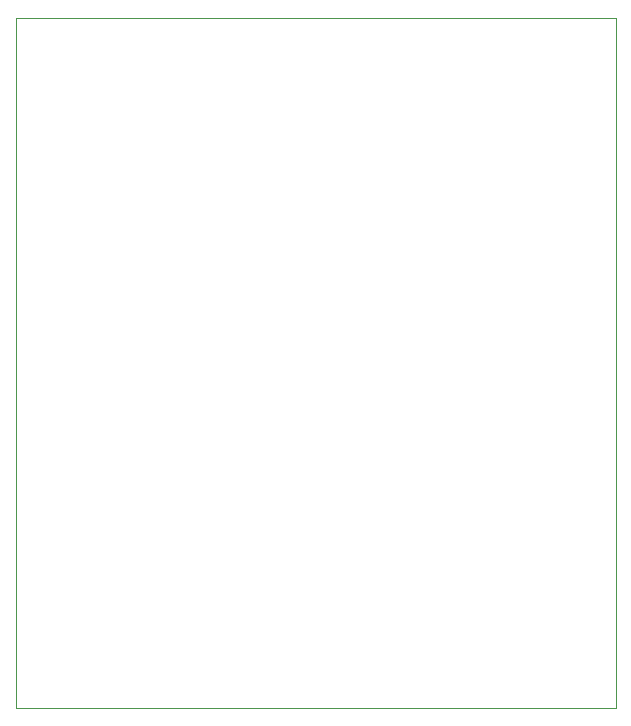
<source format=gbr>
G04 #@! TF.GenerationSoftware,KiCad,Pcbnew,(5.0.2)-1*
G04 #@! TF.CreationDate,2019-05-13T13:57:21+02:00*
G04 #@! TF.ProjectId,placa buena lineas rectas,706c6163-6120-4627-9565-6e61206c696e,rev?*
G04 #@! TF.SameCoordinates,Original*
G04 #@! TF.FileFunction,Profile,NP*
%FSLAX46Y46*%
G04 Gerber Fmt 4.6, Leading zero omitted, Abs format (unit mm)*
G04 Created by KiCad (PCBNEW (5.0.2)-1) date 13/05/2019 13:57:21*
%MOMM*%
%LPD*%
G01*
G04 APERTURE LIST*
%ADD10C,0.100000*%
G04 APERTURE END LIST*
D10*
X161137600Y-97536000D02*
X161645600Y-97536000D01*
X110845600Y-39116000D02*
X111353600Y-39116000D01*
X110845600Y-97536000D02*
X111861600Y-97536000D01*
X110845600Y-39116000D02*
X110845600Y-97536000D01*
X161391600Y-97536000D02*
X111861600Y-97536000D01*
X161645600Y-39116000D02*
X161645600Y-97536000D01*
X111353600Y-39116000D02*
X161645600Y-39116000D01*
M02*

</source>
